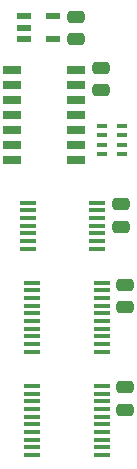
<source format=gtp>
%TF.GenerationSoftware,KiCad,Pcbnew,7.0.5*%
%TF.CreationDate,2024-02-19T15:26:46+02:00*%
%TF.ProjectId,GPIO 4bit,4750494f-2034-4626-9974-2e6b69636164,V0*%
%TF.SameCoordinates,PX6d01460PY32de760*%
%TF.FileFunction,Paste,Top*%
%TF.FilePolarity,Positive*%
%FSLAX46Y46*%
G04 Gerber Fmt 4.6, Leading zero omitted, Abs format (unit mm)*
G04 Created by KiCad (PCBNEW 7.0.5) date 2024-02-19 15:26:46*
%MOMM*%
%LPD*%
G01*
G04 APERTURE LIST*
G04 Aperture macros list*
%AMRoundRect*
0 Rectangle with rounded corners*
0 $1 Rounding radius*
0 $2 $3 $4 $5 $6 $7 $8 $9 X,Y pos of 4 corners*
0 Add a 4 corners polygon primitive as box body*
4,1,4,$2,$3,$4,$5,$6,$7,$8,$9,$2,$3,0*
0 Add four circle primitives for the rounded corners*
1,1,$1+$1,$2,$3*
1,1,$1+$1,$4,$5*
1,1,$1+$1,$6,$7*
1,1,$1+$1,$8,$9*
0 Add four rect primitives between the rounded corners*
20,1,$1+$1,$2,$3,$4,$5,0*
20,1,$1+$1,$4,$5,$6,$7,0*
20,1,$1+$1,$6,$7,$8,$9,0*
20,1,$1+$1,$8,$9,$2,$3,0*%
G04 Aperture macros list end*
%ADD10R,1.475000X0.450000*%
%ADD11R,1.550000X0.650000*%
%ADD12R,1.250000X0.600000*%
%ADD13RoundRect,0.250000X-0.475000X0.250000X-0.475000X-0.250000X0.475000X-0.250000X0.475000X0.250000X0*%
%ADD14R,0.900000X0.450000*%
G04 APERTURE END LIST*
D10*
%TO.C,IC6*%
X4936000Y-17608000D03*
X4936000Y-18258000D03*
X4936000Y-18908000D03*
X4936000Y-19558000D03*
X4936000Y-20208000D03*
X4936000Y-20858000D03*
X4936000Y-21508000D03*
X10812000Y-21508000D03*
X10812000Y-20858000D03*
X10812000Y-20208000D03*
X10812000Y-19558000D03*
X10812000Y-18908000D03*
X10812000Y-18258000D03*
X10812000Y-17608000D03*
%TD*%
D11*
%TO.C,IC4*%
X3639000Y-6350000D03*
X3639000Y-7620000D03*
X3639000Y-8890000D03*
X3639000Y-10160000D03*
X3639000Y-11430000D03*
X3639000Y-12700000D03*
X3639000Y-13970000D03*
X9061000Y-13970000D03*
X9061000Y-12700000D03*
X9061000Y-11430000D03*
X9061000Y-10160000D03*
X9061000Y-8890000D03*
X9061000Y-7620000D03*
X9061000Y-6350000D03*
%TD*%
D12*
%TO.C,IC3*%
X4592000Y-1844000D03*
X4592000Y-2794000D03*
X4592000Y-3744000D03*
X7092000Y-3744000D03*
X7092000Y-1844000D03*
%TD*%
D10*
%TO.C,IC2*%
X5317000Y-33143000D03*
X5317000Y-33793000D03*
X5317000Y-34443000D03*
X5317000Y-35093000D03*
X5317000Y-35743000D03*
X5317000Y-36393000D03*
X5317000Y-37043000D03*
X5317000Y-37693000D03*
X5317000Y-38343000D03*
X5317000Y-38993000D03*
X11193000Y-38993000D03*
X11193000Y-38343000D03*
X11193000Y-37693000D03*
X11193000Y-37043000D03*
X11193000Y-36393000D03*
X11193000Y-35743000D03*
X11193000Y-35093000D03*
X11193000Y-34443000D03*
X11193000Y-33793000D03*
X11193000Y-33143000D03*
%TD*%
%TO.C,IC1*%
X5317000Y-24380000D03*
X5317000Y-25030000D03*
X5317000Y-25680000D03*
X5317000Y-26330000D03*
X5317000Y-26980000D03*
X5317000Y-27630000D03*
X5317000Y-28280000D03*
X5317000Y-28930000D03*
X5317000Y-29580000D03*
X5317000Y-30230000D03*
X11193000Y-30230000D03*
X11193000Y-29580000D03*
X11193000Y-28930000D03*
X11193000Y-28280000D03*
X11193000Y-27630000D03*
X11193000Y-26980000D03*
X11193000Y-26330000D03*
X11193000Y-25680000D03*
X11193000Y-25030000D03*
X11193000Y-24380000D03*
%TD*%
D13*
%TO.C,C6*%
X13208000Y-24567000D03*
X13208000Y-26467000D03*
%TD*%
%TO.C,C1*%
X11176000Y-6178000D03*
X11176000Y-8078000D03*
%TD*%
D14*
%TO.C,RN1*%
X11186000Y-11119000D03*
X11186000Y-11919000D03*
X11186000Y-12719000D03*
X11186000Y-13519000D03*
X12886000Y-13519000D03*
X12886000Y-12719000D03*
X12886000Y-11919000D03*
X12886000Y-11119000D03*
%TD*%
D13*
%TO.C,C2*%
X9017000Y-1860000D03*
X9017000Y-3760000D03*
%TD*%
%TO.C,C7*%
X12827000Y-17735000D03*
X12827000Y-19635000D03*
%TD*%
%TO.C,C9*%
X13208000Y-33229000D03*
X13208000Y-35129000D03*
%TD*%
M02*

</source>
